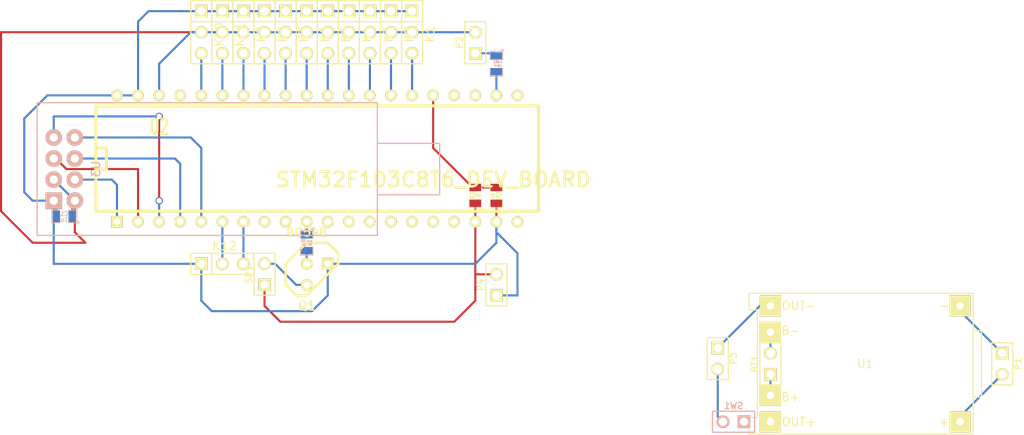
<source format=kicad_pcb>
(kicad_pcb (version 3) (host pcbnew "(2013-jul-07)-stable")

  (general
    (links 69)
    (no_connects 1)
    (area 0 0 0 0)
    (thickness 1.6)
    (drawings 0)
    (tracks 123)
    (zones 0)
    (modules 28)
    (nets 35)
  )

  (page A3)
  (layers
    (15 F.Cu signal)
    (0 B.Cu signal)
    (16 B.Adhes user)
    (17 F.Adhes user)
    (18 B.Paste user)
    (19 F.Paste user)
    (20 B.SilkS user)
    (21 F.SilkS user)
    (22 B.Mask user)
    (23 F.Mask user)
    (24 Dwgs.User user)
    (25 Cmts.User user)
    (26 Eco1.User user)
    (27 Eco2.User user)
    (28 Edge.Cuts user)
  )

  (setup
    (last_trace_width 0.254)
    (trace_clearance 0.1016)
    (zone_clearance 0.508)
    (zone_45_only no)
    (trace_min 0.254)
    (segment_width 0.2)
    (edge_width 0.1)
    (via_size 0.889)
    (via_drill 0.635)
    (via_min_size 0.889)
    (via_min_drill 0.508)
    (uvia_size 0.508)
    (uvia_drill 0.127)
    (uvias_allowed no)
    (uvia_min_size 0.508)
    (uvia_min_drill 0.127)
    (pcb_text_width 0.3)
    (pcb_text_size 1.5 1.5)
    (mod_edge_width 0.15)
    (mod_text_size 1 1)
    (mod_text_width 0.15)
    (pad_size 1.5 1.5)
    (pad_drill 0.6)
    (pad_to_mask_clearance 0)
    (aux_axis_origin 0 0)
    (visible_elements FFFFFFBF)
    (pcbplotparams
      (layerselection 3178497)
      (usegerberextensions true)
      (excludeedgelayer true)
      (linewidth 0.150000)
      (plotframeref false)
      (viasonmask false)
      (mode 1)
      (useauxorigin false)
      (hpglpennumber 1)
      (hpglpenspeed 20)
      (hpglpendiameter 15)
      (hpglpenoverlay 2)
      (psnegative false)
      (psa4output false)
      (plotreference true)
      (plotvalue true)
      (plotothertext true)
      (plotinvisibletext false)
      (padsonsilk false)
      (subtractmaskfromsilk false)
      (outputformat 1)
      (mirror false)
      (drillshape 1)
      (scaleselection 1)
      (outputdirectory ""))
  )

  (net 0 "")
  (net 1 /ADC0)
  (net 2 /ADC1)
  (net 3 /ADC2)
  (net 4 /ADC3)
  (net 5 /ADC4)
  (net 6 /ADC5)
  (net 7 /ADC6)
  (net 8 /ADC7)
  (net 9 /ADC8)
  (net 10 /ADC9)
  (net 11 /BUZZER)
  (net 12 /CSN)
  (net 13 /IRQ)
  (net 14 /LED)
  (net 15 /MISO)
  (net 16 /MOSI)
  (net 17 /RX)
  (net 18 /SCK)
  (net 19 /SW1)
  (net 20 /SW2)
  (net 21 /TX)
  (net 22 GND)
  (net 23 N-0000012)
  (net 24 N-0000019)
  (net 25 N-0000022)
  (net 26 N-0000031)
  (net 27 N-0000033)
  (net 28 N-0000034)
  (net 29 N-0000036)
  (net 30 N-0000037)
  (net 31 N-0000038)
  (net 32 N-000009)
  (net 33 VCC)
  (net 34 VDD)

  (net_class Default "This is the default net class."
    (clearance 0.1016)
    (trace_width 0.254)
    (via_dia 0.889)
    (via_drill 0.635)
    (uvia_dia 0.508)
    (uvia_drill 0.127)
    (add_net "")
    (add_net /ADC0)
    (add_net /ADC1)
    (add_net /ADC2)
    (add_net /ADC3)
    (add_net /ADC4)
    (add_net /ADC5)
    (add_net /ADC6)
    (add_net /ADC7)
    (add_net /ADC8)
    (add_net /ADC9)
    (add_net /BUZZER)
    (add_net /CSN)
    (add_net /IRQ)
    (add_net /LED)
    (add_net /MISO)
    (add_net /MOSI)
    (add_net /RX)
    (add_net /SCK)
    (add_net /SW1)
    (add_net /SW2)
    (add_net /TX)
    (add_net GND)
    (add_net N-0000012)
    (add_net N-0000019)
    (add_net N-0000022)
    (add_net N-0000031)
    (add_net N-0000033)
    (add_net N-0000034)
    (add_net N-0000036)
    (add_net N-0000037)
    (add_net N-0000038)
    (add_net N-000009)
    (add_net VCC)
    (add_net VDD)
  )

  (module TO92 (layer F.Cu) (tedit 443CFFD1) (tstamp 572042AE)
    (at 250.19 138.43)
    (descr "Transistor TO92 brochage type BC237")
    (tags "TR TO92")
    (path /5720519E)
    (fp_text reference Q1 (at -1.27 3.81) (layer F.SilkS)
      (effects (font (size 1.016 1.016) (thickness 0.2032)))
    )
    (fp_text value BC548 (at -1.27 -5.08) (layer F.SilkS)
      (effects (font (size 1.016 1.016) (thickness 0.2032)))
    )
    (fp_line (start -1.27 2.54) (end 2.54 -1.27) (layer F.SilkS) (width 0.3048))
    (fp_line (start 2.54 -1.27) (end 2.54 -2.54) (layer F.SilkS) (width 0.3048))
    (fp_line (start 2.54 -2.54) (end 1.27 -3.81) (layer F.SilkS) (width 0.3048))
    (fp_line (start 1.27 -3.81) (end -1.27 -3.81) (layer F.SilkS) (width 0.3048))
    (fp_line (start -1.27 -3.81) (end -3.81 -1.27) (layer F.SilkS) (width 0.3048))
    (fp_line (start -3.81 -1.27) (end -3.81 1.27) (layer F.SilkS) (width 0.3048))
    (fp_line (start -3.81 1.27) (end -2.54 2.54) (layer F.SilkS) (width 0.3048))
    (fp_line (start -2.54 2.54) (end -1.27 2.54) (layer F.SilkS) (width 0.3048))
    (pad 1 thru_hole rect (at 1.27 -1.27) (size 1.397 1.397) (drill 0.8128)
      (layers *.Cu *.Mask F.SilkS)
      (net 22 GND)
    )
    (pad 2 thru_hole circle (at -1.27 -1.27) (size 1.397 1.397) (drill 0.8128)
      (layers *.Cu *.Mask F.SilkS)
      (net 23 N-0000012)
    )
    (pad 3 thru_hole circle (at -1.27 1.27) (size 1.397 1.397) (drill 0.8128)
      (layers *.Cu *.Mask F.SilkS)
      (net 32 N-000009)
    )
    (model discret/to98.wrl
      (at (xyz 0 0 0))
      (scale (xyz 1 1 1))
      (rotate (xyz 0 0 0))
    )
  )

  (module SM0805 (layer B.Cu) (tedit 5091495C) (tstamp 572042BB)
    (at 248.92 134.62 270)
    (path /572052B4)
    (attr smd)
    (fp_text reference R4 (at 0 0.3175 270) (layer B.SilkS)
      (effects (font (size 0.50038 0.50038) (thickness 0.10922)) (justify mirror))
    )
    (fp_text value 1k (at 0 -0.381 270) (layer B.SilkS)
      (effects (font (size 0.50038 0.50038) (thickness 0.10922)) (justify mirror))
    )
    (fp_circle (center -1.651 -0.762) (end -1.651 -0.635) (layer B.SilkS) (width 0.09906))
    (fp_line (start -0.508 -0.762) (end -1.524 -0.762) (layer B.SilkS) (width 0.09906))
    (fp_line (start -1.524 -0.762) (end -1.524 0.762) (layer B.SilkS) (width 0.09906))
    (fp_line (start -1.524 0.762) (end -0.508 0.762) (layer B.SilkS) (width 0.09906))
    (fp_line (start 0.508 0.762) (end 1.524 0.762) (layer B.SilkS) (width 0.09906))
    (fp_line (start 1.524 0.762) (end 1.524 -0.762) (layer B.SilkS) (width 0.09906))
    (fp_line (start 1.524 -0.762) (end 0.508 -0.762) (layer B.SilkS) (width 0.09906))
    (pad 1 smd rect (at -0.9525 0 270) (size 0.889 1.397)
      (layers B.Cu B.Paste B.Mask)
      (net 11 /BUZZER)
    )
    (pad 2 smd rect (at 0.9525 0 270) (size 0.889 1.397)
      (layers B.Cu B.Paste B.Mask)
      (net 23 N-0000012)
    )
    (model smd/chip_cms.wrl
      (at (xyz 0 0 0))
      (scale (xyz 0.1 0.1 0.1))
      (rotate (xyz 0 0 0))
    )
  )

  (module SM0805 (layer B.Cu) (tedit 5091495C) (tstamp 572042C8)
    (at 219.71 131.445 180)
    (path /57202EE1)
    (attr smd)
    (fp_text reference C1 (at 0 0.3175 180) (layer B.SilkS)
      (effects (font (size 0.50038 0.50038) (thickness 0.10922)) (justify mirror))
    )
    (fp_text value 1u (at 0 -0.381 180) (layer B.SilkS)
      (effects (font (size 0.50038 0.50038) (thickness 0.10922)) (justify mirror))
    )
    (fp_circle (center -1.651 -0.762) (end -1.651 -0.635) (layer B.SilkS) (width 0.09906))
    (fp_line (start -0.508 -0.762) (end -1.524 -0.762) (layer B.SilkS) (width 0.09906))
    (fp_line (start -1.524 -0.762) (end -1.524 0.762) (layer B.SilkS) (width 0.09906))
    (fp_line (start -1.524 0.762) (end -0.508 0.762) (layer B.SilkS) (width 0.09906))
    (fp_line (start 0.508 0.762) (end 1.524 0.762) (layer B.SilkS) (width 0.09906))
    (fp_line (start 1.524 0.762) (end 1.524 -0.762) (layer B.SilkS) (width 0.09906))
    (fp_line (start 1.524 -0.762) (end 0.508 -0.762) (layer B.SilkS) (width 0.09906))
    (pad 1 smd rect (at -0.9525 0 180) (size 0.889 1.397)
      (layers B.Cu B.Paste B.Mask)
      (net 33 VCC)
    )
    (pad 2 smd rect (at 0.9525 0 180) (size 0.889 1.397)
      (layers B.Cu B.Paste B.Mask)
      (net 22 GND)
    )
    (model smd/chip_cms.wrl
      (at (xyz 0 0 0))
      (scale (xyz 0.1 0.1 0.1))
      (rotate (xyz 0 0 0))
    )
  )

  (module SM0805 (layer B.Cu) (tedit 57204F8E) (tstamp 572042D5)
    (at 271.78 113.03 270)
    (path /572032A2)
    (attr smd)
    (fp_text reference R1 (at 0 0 270) (layer B.SilkS)
      (effects (font (size 0.50038 0.50038) (thickness 0.10922)) (justify mirror))
    )
    (fp_text value 1k (at 0 -0.381 270) (layer B.SilkS)
      (effects (font (size 0.50038 0.50038) (thickness 0.10922)) (justify mirror))
    )
    (fp_circle (center -1.651 -0.762) (end -1.651 -0.635) (layer B.SilkS) (width 0.09906))
    (fp_line (start -0.508 -0.762) (end -1.524 -0.762) (layer B.SilkS) (width 0.09906))
    (fp_line (start -1.524 -0.762) (end -1.524 0.762) (layer B.SilkS) (width 0.09906))
    (fp_line (start -1.524 0.762) (end -0.508 0.762) (layer B.SilkS) (width 0.09906))
    (fp_line (start 0.508 0.762) (end 1.524 0.762) (layer B.SilkS) (width 0.09906))
    (fp_line (start 1.524 0.762) (end 1.524 -0.762) (layer B.SilkS) (width 0.09906))
    (fp_line (start 1.524 -0.762) (end 0.508 -0.762) (layer B.SilkS) (width 0.09906))
    (pad 1 smd rect (at -0.9525 0 270) (size 0.889 1.397)
      (layers B.Cu B.Paste B.Mask)
      (net 31 N-0000038)
    )
    (pad 2 smd rect (at 0.9525 0 270) (size 0.889 1.397)
      (layers B.Cu B.Paste B.Mask)
      (net 14 /LED)
    )
    (model smd/chip_cms.wrl
      (at (xyz 0 0 0))
      (scale (xyz 0.1 0.1 0.1))
      (rotate (xyz 0 0 0))
    )
  )

  (module SM0805 (layer F.Cu) (tedit 5091495C) (tstamp 572042E2)
    (at 269.24 128.905 90)
    (path /57203444)
    (attr smd)
    (fp_text reference R2 (at 0 -0.3175 90) (layer F.SilkS)
      (effects (font (size 0.50038 0.50038) (thickness 0.10922)))
    )
    (fp_text value R (at 0 0.381 90) (layer F.SilkS)
      (effects (font (size 0.50038 0.50038) (thickness 0.10922)))
    )
    (fp_circle (center -1.651 0.762) (end -1.651 0.635) (layer F.SilkS) (width 0.09906))
    (fp_line (start -0.508 0.762) (end -1.524 0.762) (layer F.SilkS) (width 0.09906))
    (fp_line (start -1.524 0.762) (end -1.524 -0.762) (layer F.SilkS) (width 0.09906))
    (fp_line (start -1.524 -0.762) (end -0.508 -0.762) (layer F.SilkS) (width 0.09906))
    (fp_line (start 0.508 -0.762) (end 1.524 -0.762) (layer F.SilkS) (width 0.09906))
    (fp_line (start 1.524 -0.762) (end 1.524 0.762) (layer F.SilkS) (width 0.09906))
    (fp_line (start 1.524 0.762) (end 0.508 0.762) (layer F.SilkS) (width 0.09906))
    (pad 1 smd rect (at -0.9525 0 90) (size 0.889 1.397)
      (layers F.Cu F.Paste F.Mask)
      (net 34 VDD)
    )
    (pad 2 smd rect (at 0.9525 0 90) (size 0.889 1.397)
      (layers F.Cu F.Paste F.Mask)
      (net 1 /ADC0)
    )
    (model smd/chip_cms.wrl
      (at (xyz 0 0 0))
      (scale (xyz 0.1 0.1 0.1))
      (rotate (xyz 0 0 0))
    )
  )

  (module SM0805 (layer F.Cu) (tedit 5091495C) (tstamp 572042EF)
    (at 271.78 128.905 270)
    (path /57203451)
    (attr smd)
    (fp_text reference R3 (at 0 -0.3175 270) (layer F.SilkS)
      (effects (font (size 0.50038 0.50038) (thickness 0.10922)))
    )
    (fp_text value R (at 0 0.381 270) (layer F.SilkS)
      (effects (font (size 0.50038 0.50038) (thickness 0.10922)))
    )
    (fp_circle (center -1.651 0.762) (end -1.651 0.635) (layer F.SilkS) (width 0.09906))
    (fp_line (start -0.508 0.762) (end -1.524 0.762) (layer F.SilkS) (width 0.09906))
    (fp_line (start -1.524 0.762) (end -1.524 -0.762) (layer F.SilkS) (width 0.09906))
    (fp_line (start -1.524 -0.762) (end -0.508 -0.762) (layer F.SilkS) (width 0.09906))
    (fp_line (start 0.508 -0.762) (end 1.524 -0.762) (layer F.SilkS) (width 0.09906))
    (fp_line (start 1.524 -0.762) (end 1.524 0.762) (layer F.SilkS) (width 0.09906))
    (fp_line (start 1.524 0.762) (end 0.508 0.762) (layer F.SilkS) (width 0.09906))
    (pad 1 smd rect (at -0.9525 0 270) (size 0.889 1.397)
      (layers F.Cu F.Paste F.Mask)
      (net 1 /ADC0)
    )
    (pad 2 smd rect (at 0.9525 0 270) (size 0.889 1.397)
      (layers F.Cu F.Paste F.Mask)
      (net 22 GND)
    )
    (model smd/chip_cms.wrl
      (at (xyz 0 0 0))
      (scale (xyz 0.1 0.1 0.1))
      (rotate (xyz 0 0 0))
    )
  )

  (module PIN_ARRAY_3X1 (layer F.Cu) (tedit 4C1130E0) (tstamp 572042FB)
    (at 259.08 109.22 270)
    (descr "Connecteur 3 pins")
    (tags "CONN DEV")
    (path /57203BF4)
    (fp_text reference K2 (at 0.254 -2.159 270) (layer F.SilkS)
      (effects (font (size 1.016 1.016) (thickness 0.1524)))
    )
    (fp_text value CONN_3 (at 0 -2.159 270) (layer F.SilkS) hide
      (effects (font (size 1.016 1.016) (thickness 0.1524)))
    )
    (fp_line (start -3.81 1.27) (end -3.81 -1.27) (layer F.SilkS) (width 0.1524))
    (fp_line (start -3.81 -1.27) (end 3.81 -1.27) (layer F.SilkS) (width 0.1524))
    (fp_line (start 3.81 -1.27) (end 3.81 1.27) (layer F.SilkS) (width 0.1524))
    (fp_line (start 3.81 1.27) (end -3.81 1.27) (layer F.SilkS) (width 0.1524))
    (fp_line (start -1.27 -1.27) (end -1.27 1.27) (layer F.SilkS) (width 0.1524))
    (pad 1 thru_hole rect (at -2.54 0 270) (size 1.524 1.524) (drill 1.016)
      (layers *.Cu *.Mask F.SilkS)
      (net 22 GND)
    )
    (pad 2 thru_hole circle (at 0 0 270) (size 1.524 1.524) (drill 1.016)
      (layers *.Cu *.Mask F.SilkS)
      (net 33 VCC)
    )
    (pad 3 thru_hole circle (at 2.54 0 270) (size 1.524 1.524) (drill 1.016)
      (layers *.Cu *.Mask F.SilkS)
      (net 3 /ADC2)
    )
    (model pin_array/pins_array_3x1.wrl
      (at (xyz 0 0 0))
      (scale (xyz 1 1 1))
      (rotate (xyz 0 0 0))
    )
  )

  (module PIN_ARRAY_3X1 (layer F.Cu) (tedit 4C1130E0) (tstamp 57204307)
    (at 238.76 137.16)
    (descr "Connecteur 3 pins")
    (tags "CONN DEV")
    (path /57204ABA)
    (fp_text reference K12 (at 0.254 -2.159) (layer F.SilkS)
      (effects (font (size 1.016 1.016) (thickness 0.1524)))
    )
    (fp_text value CONN_3 (at 0 -2.159) (layer F.SilkS) hide
      (effects (font (size 1.016 1.016) (thickness 0.1524)))
    )
    (fp_line (start -3.81 1.27) (end -3.81 -1.27) (layer F.SilkS) (width 0.1524))
    (fp_line (start -3.81 -1.27) (end 3.81 -1.27) (layer F.SilkS) (width 0.1524))
    (fp_line (start 3.81 -1.27) (end 3.81 1.27) (layer F.SilkS) (width 0.1524))
    (fp_line (start 3.81 1.27) (end -3.81 1.27) (layer F.SilkS) (width 0.1524))
    (fp_line (start -1.27 -1.27) (end -1.27 1.27) (layer F.SilkS) (width 0.1524))
    (pad 1 thru_hole rect (at -2.54 0) (size 1.524 1.524) (drill 1.016)
      (layers *.Cu *.Mask F.SilkS)
      (net 22 GND)
    )
    (pad 2 thru_hole circle (at 0 0) (size 1.524 1.524) (drill 1.016)
      (layers *.Cu *.Mask F.SilkS)
      (net 21 /TX)
    )
    (pad 3 thru_hole circle (at 2.54 0) (size 1.524 1.524) (drill 1.016)
      (layers *.Cu *.Mask F.SilkS)
      (net 17 /RX)
    )
    (model pin_array/pins_array_3x1.wrl
      (at (xyz 0 0 0))
      (scale (xyz 1 1 1))
      (rotate (xyz 0 0 0))
    )
  )

  (module PIN_ARRAY_3X1 (layer F.Cu) (tedit 4C1130E0) (tstamp 57204313)
    (at 238.76 109.22 270)
    (descr "Connecteur 3 pins")
    (tags "CONN DEV")
    (path /57203EA3)
    (fp_text reference K11 (at 0.254 -2.159 270) (layer F.SilkS)
      (effects (font (size 1.016 1.016) (thickness 0.1524)))
    )
    (fp_text value CONN_3 (at 0 -2.159 270) (layer F.SilkS) hide
      (effects (font (size 1.016 1.016) (thickness 0.1524)))
    )
    (fp_line (start -3.81 1.27) (end -3.81 -1.27) (layer F.SilkS) (width 0.1524))
    (fp_line (start -3.81 -1.27) (end 3.81 -1.27) (layer F.SilkS) (width 0.1524))
    (fp_line (start 3.81 -1.27) (end 3.81 1.27) (layer F.SilkS) (width 0.1524))
    (fp_line (start 3.81 1.27) (end -3.81 1.27) (layer F.SilkS) (width 0.1524))
    (fp_line (start -1.27 -1.27) (end -1.27 1.27) (layer F.SilkS) (width 0.1524))
    (pad 1 thru_hole rect (at -2.54 0 270) (size 1.524 1.524) (drill 1.016)
      (layers *.Cu *.Mask F.SilkS)
      (net 22 GND)
    )
    (pad 2 thru_hole circle (at 0 0 270) (size 1.524 1.524) (drill 1.016)
      (layers *.Cu *.Mask F.SilkS)
      (net 33 VCC)
    )
    (pad 3 thru_hole circle (at 2.54 0 270) (size 1.524 1.524) (drill 1.016)
      (layers *.Cu *.Mask F.SilkS)
      (net 20 /SW2)
    )
    (model pin_array/pins_array_3x1.wrl
      (at (xyz 0 0 0))
      (scale (xyz 1 1 1))
      (rotate (xyz 0 0 0))
    )
  )

  (module PIN_ARRAY_3X1 (layer F.Cu) (tedit 4C1130E0) (tstamp 5720431F)
    (at 236.22 109.22 270)
    (descr "Connecteur 3 pins")
    (tags "CONN DEV")
    (path /57203E9D)
    (fp_text reference K10 (at 0.254 -2.159 270) (layer F.SilkS)
      (effects (font (size 1.016 1.016) (thickness 0.1524)))
    )
    (fp_text value CONN_3 (at 0 -2.159 270) (layer F.SilkS) hide
      (effects (font (size 1.016 1.016) (thickness 0.1524)))
    )
    (fp_line (start -3.81 1.27) (end -3.81 -1.27) (layer F.SilkS) (width 0.1524))
    (fp_line (start -3.81 -1.27) (end 3.81 -1.27) (layer F.SilkS) (width 0.1524))
    (fp_line (start 3.81 -1.27) (end 3.81 1.27) (layer F.SilkS) (width 0.1524))
    (fp_line (start 3.81 1.27) (end -3.81 1.27) (layer F.SilkS) (width 0.1524))
    (fp_line (start -1.27 -1.27) (end -1.27 1.27) (layer F.SilkS) (width 0.1524))
    (pad 1 thru_hole rect (at -2.54 0 270) (size 1.524 1.524) (drill 1.016)
      (layers *.Cu *.Mask F.SilkS)
      (net 22 GND)
    )
    (pad 2 thru_hole circle (at 0 0 270) (size 1.524 1.524) (drill 1.016)
      (layers *.Cu *.Mask F.SilkS)
      (net 33 VCC)
    )
    (pad 3 thru_hole circle (at 2.54 0 270) (size 1.524 1.524) (drill 1.016)
      (layers *.Cu *.Mask F.SilkS)
      (net 19 /SW1)
    )
    (model pin_array/pins_array_3x1.wrl
      (at (xyz 0 0 0))
      (scale (xyz 1 1 1))
      (rotate (xyz 0 0 0))
    )
  )

  (module PIN_ARRAY_3X1 (layer F.Cu) (tedit 4C1130E0) (tstamp 5720432B)
    (at 241.3 109.22 270)
    (descr "Connecteur 3 pins")
    (tags "CONN DEV")
    (path /57203C46)
    (fp_text reference K9 (at 0.254 -2.159 270) (layer F.SilkS)
      (effects (font (size 1.016 1.016) (thickness 0.1524)))
    )
    (fp_text value CONN_3 (at 0 -2.159 270) (layer F.SilkS) hide
      (effects (font (size 1.016 1.016) (thickness 0.1524)))
    )
    (fp_line (start -3.81 1.27) (end -3.81 -1.27) (layer F.SilkS) (width 0.1524))
    (fp_line (start -3.81 -1.27) (end 3.81 -1.27) (layer F.SilkS) (width 0.1524))
    (fp_line (start 3.81 -1.27) (end 3.81 1.27) (layer F.SilkS) (width 0.1524))
    (fp_line (start 3.81 1.27) (end -3.81 1.27) (layer F.SilkS) (width 0.1524))
    (fp_line (start -1.27 -1.27) (end -1.27 1.27) (layer F.SilkS) (width 0.1524))
    (pad 1 thru_hole rect (at -2.54 0 270) (size 1.524 1.524) (drill 1.016)
      (layers *.Cu *.Mask F.SilkS)
      (net 22 GND)
    )
    (pad 2 thru_hole circle (at 0 0 270) (size 1.524 1.524) (drill 1.016)
      (layers *.Cu *.Mask F.SilkS)
      (net 33 VCC)
    )
    (pad 3 thru_hole circle (at 2.54 0 270) (size 1.524 1.524) (drill 1.016)
      (layers *.Cu *.Mask F.SilkS)
      (net 10 /ADC9)
    )
    (model pin_array/pins_array_3x1.wrl
      (at (xyz 0 0 0))
      (scale (xyz 1 1 1))
      (rotate (xyz 0 0 0))
    )
  )

  (module PIN_ARRAY_3X1 (layer F.Cu) (tedit 4C1130E0) (tstamp 57204337)
    (at 243.84 109.22 270)
    (descr "Connecteur 3 pins")
    (tags "CONN DEV")
    (path /57203C40)
    (fp_text reference K8 (at 0.254 -2.159 270) (layer F.SilkS)
      (effects (font (size 1.016 1.016) (thickness 0.1524)))
    )
    (fp_text value CONN_3 (at 0 -2.159 270) (layer F.SilkS) hide
      (effects (font (size 1.016 1.016) (thickness 0.1524)))
    )
    (fp_line (start -3.81 1.27) (end -3.81 -1.27) (layer F.SilkS) (width 0.1524))
    (fp_line (start -3.81 -1.27) (end 3.81 -1.27) (layer F.SilkS) (width 0.1524))
    (fp_line (start 3.81 -1.27) (end 3.81 1.27) (layer F.SilkS) (width 0.1524))
    (fp_line (start 3.81 1.27) (end -3.81 1.27) (layer F.SilkS) (width 0.1524))
    (fp_line (start -1.27 -1.27) (end -1.27 1.27) (layer F.SilkS) (width 0.1524))
    (pad 1 thru_hole rect (at -2.54 0 270) (size 1.524 1.524) (drill 1.016)
      (layers *.Cu *.Mask F.SilkS)
      (net 22 GND)
    )
    (pad 2 thru_hole circle (at 0 0 270) (size 1.524 1.524) (drill 1.016)
      (layers *.Cu *.Mask F.SilkS)
      (net 33 VCC)
    )
    (pad 3 thru_hole circle (at 2.54 0 270) (size 1.524 1.524) (drill 1.016)
      (layers *.Cu *.Mask F.SilkS)
      (net 9 /ADC8)
    )
    (model pin_array/pins_array_3x1.wrl
      (at (xyz 0 0 0))
      (scale (xyz 1 1 1))
      (rotate (xyz 0 0 0))
    )
  )

  (module PIN_ARRAY_3X1 (layer F.Cu) (tedit 4C1130E0) (tstamp 57204343)
    (at 246.38 109.22 270)
    (descr "Connecteur 3 pins")
    (tags "CONN DEV")
    (path /57203C3A)
    (fp_text reference K7 (at 0.254 -2.159 270) (layer F.SilkS)
      (effects (font (size 1.016 1.016) (thickness 0.1524)))
    )
    (fp_text value CONN_3 (at 0 -2.159 270) (layer F.SilkS) hide
      (effects (font (size 1.016 1.016) (thickness 0.1524)))
    )
    (fp_line (start -3.81 1.27) (end -3.81 -1.27) (layer F.SilkS) (width 0.1524))
    (fp_line (start -3.81 -1.27) (end 3.81 -1.27) (layer F.SilkS) (width 0.1524))
    (fp_line (start 3.81 -1.27) (end 3.81 1.27) (layer F.SilkS) (width 0.1524))
    (fp_line (start 3.81 1.27) (end -3.81 1.27) (layer F.SilkS) (width 0.1524))
    (fp_line (start -1.27 -1.27) (end -1.27 1.27) (layer F.SilkS) (width 0.1524))
    (pad 1 thru_hole rect (at -2.54 0 270) (size 1.524 1.524) (drill 1.016)
      (layers *.Cu *.Mask F.SilkS)
      (net 22 GND)
    )
    (pad 2 thru_hole circle (at 0 0 270) (size 1.524 1.524) (drill 1.016)
      (layers *.Cu *.Mask F.SilkS)
      (net 33 VCC)
    )
    (pad 3 thru_hole circle (at 2.54 0 270) (size 1.524 1.524) (drill 1.016)
      (layers *.Cu *.Mask F.SilkS)
      (net 8 /ADC7)
    )
    (model pin_array/pins_array_3x1.wrl
      (at (xyz 0 0 0))
      (scale (xyz 1 1 1))
      (rotate (xyz 0 0 0))
    )
  )

  (module PIN_ARRAY_3X1 (layer F.Cu) (tedit 4C1130E0) (tstamp 5720434F)
    (at 248.92 109.22 270)
    (descr "Connecteur 3 pins")
    (tags "CONN DEV")
    (path /57203C34)
    (fp_text reference K6 (at 0.254 -2.159 270) (layer F.SilkS)
      (effects (font (size 1.016 1.016) (thickness 0.1524)))
    )
    (fp_text value CONN_3 (at 0 -2.159 270) (layer F.SilkS) hide
      (effects (font (size 1.016 1.016) (thickness 0.1524)))
    )
    (fp_line (start -3.81 1.27) (end -3.81 -1.27) (layer F.SilkS) (width 0.1524))
    (fp_line (start -3.81 -1.27) (end 3.81 -1.27) (layer F.SilkS) (width 0.1524))
    (fp_line (start 3.81 -1.27) (end 3.81 1.27) (layer F.SilkS) (width 0.1524))
    (fp_line (start 3.81 1.27) (end -3.81 1.27) (layer F.SilkS) (width 0.1524))
    (fp_line (start -1.27 -1.27) (end -1.27 1.27) (layer F.SilkS) (width 0.1524))
    (pad 1 thru_hole rect (at -2.54 0 270) (size 1.524 1.524) (drill 1.016)
      (layers *.Cu *.Mask F.SilkS)
      (net 22 GND)
    )
    (pad 2 thru_hole circle (at 0 0 270) (size 1.524 1.524) (drill 1.016)
      (layers *.Cu *.Mask F.SilkS)
      (net 33 VCC)
    )
    (pad 3 thru_hole circle (at 2.54 0 270) (size 1.524 1.524) (drill 1.016)
      (layers *.Cu *.Mask F.SilkS)
      (net 7 /ADC6)
    )
    (model pin_array/pins_array_3x1.wrl
      (at (xyz 0 0 0))
      (scale (xyz 1 1 1))
      (rotate (xyz 0 0 0))
    )
  )

  (module PIN_ARRAY_3X1 (layer F.Cu) (tedit 4C1130E0) (tstamp 5720435B)
    (at 251.46 109.22 270)
    (descr "Connecteur 3 pins")
    (tags "CONN DEV")
    (path /57203C2E)
    (fp_text reference K5 (at 0.254 -2.159 270) (layer F.SilkS)
      (effects (font (size 1.016 1.016) (thickness 0.1524)))
    )
    (fp_text value CONN_3 (at 0 -2.159 270) (layer F.SilkS) hide
      (effects (font (size 1.016 1.016) (thickness 0.1524)))
    )
    (fp_line (start -3.81 1.27) (end -3.81 -1.27) (layer F.SilkS) (width 0.1524))
    (fp_line (start -3.81 -1.27) (end 3.81 -1.27) (layer F.SilkS) (width 0.1524))
    (fp_line (start 3.81 -1.27) (end 3.81 1.27) (layer F.SilkS) (width 0.1524))
    (fp_line (start 3.81 1.27) (end -3.81 1.27) (layer F.SilkS) (width 0.1524))
    (fp_line (start -1.27 -1.27) (end -1.27 1.27) (layer F.SilkS) (width 0.1524))
    (pad 1 thru_hole rect (at -2.54 0 270) (size 1.524 1.524) (drill 1.016)
      (layers *.Cu *.Mask F.SilkS)
      (net 22 GND)
    )
    (pad 2 thru_hole circle (at 0 0 270) (size 1.524 1.524) (drill 1.016)
      (layers *.Cu *.Mask F.SilkS)
      (net 33 VCC)
    )
    (pad 3 thru_hole circle (at 2.54 0 270) (size 1.524 1.524) (drill 1.016)
      (layers *.Cu *.Mask F.SilkS)
      (net 6 /ADC5)
    )
    (model pin_array/pins_array_3x1.wrl
      (at (xyz 0 0 0))
      (scale (xyz 1 1 1))
      (rotate (xyz 0 0 0))
    )
  )

  (module PIN_ARRAY_3X1 (layer F.Cu) (tedit 4C1130E0) (tstamp 57204367)
    (at 254 109.22 270)
    (descr "Connecteur 3 pins")
    (tags "CONN DEV")
    (path /57203C28)
    (fp_text reference K4 (at 0.254 -2.159 270) (layer F.SilkS)
      (effects (font (size 1.016 1.016) (thickness 0.1524)))
    )
    (fp_text value CONN_3 (at 0 -2.159 270) (layer F.SilkS) hide
      (effects (font (size 1.016 1.016) (thickness 0.1524)))
    )
    (fp_line (start -3.81 1.27) (end -3.81 -1.27) (layer F.SilkS) (width 0.1524))
    (fp_line (start -3.81 -1.27) (end 3.81 -1.27) (layer F.SilkS) (width 0.1524))
    (fp_line (start 3.81 -1.27) (end 3.81 1.27) (layer F.SilkS) (width 0.1524))
    (fp_line (start 3.81 1.27) (end -3.81 1.27) (layer F.SilkS) (width 0.1524))
    (fp_line (start -1.27 -1.27) (end -1.27 1.27) (layer F.SilkS) (width 0.1524))
    (pad 1 thru_hole rect (at -2.54 0 270) (size 1.524 1.524) (drill 1.016)
      (layers *.Cu *.Mask F.SilkS)
      (net 22 GND)
    )
    (pad 2 thru_hole circle (at 0 0 270) (size 1.524 1.524) (drill 1.016)
      (layers *.Cu *.Mask F.SilkS)
      (net 33 VCC)
    )
    (pad 3 thru_hole circle (at 2.54 0 270) (size 1.524 1.524) (drill 1.016)
      (layers *.Cu *.Mask F.SilkS)
      (net 5 /ADC4)
    )
    (model pin_array/pins_array_3x1.wrl
      (at (xyz 0 0 0))
      (scale (xyz 1 1 1))
      (rotate (xyz 0 0 0))
    )
  )

  (module PIN_ARRAY_3X1 (layer F.Cu) (tedit 4C1130E0) (tstamp 57204373)
    (at 256.54 109.22 270)
    (descr "Connecteur 3 pins")
    (tags "CONN DEV")
    (path /57203C22)
    (fp_text reference K3 (at 0.254 -2.159 270) (layer F.SilkS)
      (effects (font (size 1.016 1.016) (thickness 0.1524)))
    )
    (fp_text value CONN_3 (at 0 -2.159 270) (layer F.SilkS) hide
      (effects (font (size 1.016 1.016) (thickness 0.1524)))
    )
    (fp_line (start -3.81 1.27) (end -3.81 -1.27) (layer F.SilkS) (width 0.1524))
    (fp_line (start -3.81 -1.27) (end 3.81 -1.27) (layer F.SilkS) (width 0.1524))
    (fp_line (start 3.81 -1.27) (end 3.81 1.27) (layer F.SilkS) (width 0.1524))
    (fp_line (start 3.81 1.27) (end -3.81 1.27) (layer F.SilkS) (width 0.1524))
    (fp_line (start -1.27 -1.27) (end -1.27 1.27) (layer F.SilkS) (width 0.1524))
    (pad 1 thru_hole rect (at -2.54 0 270) (size 1.524 1.524) (drill 1.016)
      (layers *.Cu *.Mask F.SilkS)
      (net 22 GND)
    )
    (pad 2 thru_hole circle (at 0 0 270) (size 1.524 1.524) (drill 1.016)
      (layers *.Cu *.Mask F.SilkS)
      (net 33 VCC)
    )
    (pad 3 thru_hole circle (at 2.54 0 270) (size 1.524 1.524) (drill 1.016)
      (layers *.Cu *.Mask F.SilkS)
      (net 4 /ADC3)
    )
    (model pin_array/pins_array_3x1.wrl
      (at (xyz 0 0 0))
      (scale (xyz 1 1 1))
      (rotate (xyz 0 0 0))
    )
  )

  (module PIN_ARRAY_3X1 (layer F.Cu) (tedit 4C1130E0) (tstamp 5720437F)
    (at 261.62 109.22 270)
    (descr "Connecteur 3 pins")
    (tags "CONN DEV")
    (path /57203BE7)
    (fp_text reference K1 (at 0.254 -2.159 270) (layer F.SilkS)
      (effects (font (size 1.016 1.016) (thickness 0.1524)))
    )
    (fp_text value CONN_3 (at 0 -2.159 270) (layer F.SilkS) hide
      (effects (font (size 1.016 1.016) (thickness 0.1524)))
    )
    (fp_line (start -3.81 1.27) (end -3.81 -1.27) (layer F.SilkS) (width 0.1524))
    (fp_line (start -3.81 -1.27) (end 3.81 -1.27) (layer F.SilkS) (width 0.1524))
    (fp_line (start 3.81 -1.27) (end 3.81 1.27) (layer F.SilkS) (width 0.1524))
    (fp_line (start 3.81 1.27) (end -3.81 1.27) (layer F.SilkS) (width 0.1524))
    (fp_line (start -1.27 -1.27) (end -1.27 1.27) (layer F.SilkS) (width 0.1524))
    (pad 1 thru_hole rect (at -2.54 0 270) (size 1.524 1.524) (drill 1.016)
      (layers *.Cu *.Mask F.SilkS)
      (net 22 GND)
    )
    (pad 2 thru_hole circle (at 0 0 270) (size 1.524 1.524) (drill 1.016)
      (layers *.Cu *.Mask F.SilkS)
      (net 33 VCC)
    )
    (pad 3 thru_hole circle (at 2.54 0 270) (size 1.524 1.524) (drill 1.016)
      (layers *.Cu *.Mask F.SilkS)
      (net 2 /ADC1)
    )
    (model pin_array/pins_array_3x1.wrl
      (at (xyz 0 0 0))
      (scale (xyz 1 1 1))
      (rotate (xyz 0 0 0))
    )
  )

  (module PIN_ARRAY_2X1 (layer B.Cu) (tedit 4565C520) (tstamp 57204389)
    (at 300.355 156.21 180)
    (descr "Connecteurs 2 pins")
    (tags "CONN DEV")
    (path /572058EC)
    (fp_text reference SW1 (at 0 1.905 180) (layer B.SilkS)
      (effects (font (size 0.762 0.762) (thickness 0.1524)) (justify mirror))
    )
    (fp_text value ON/OFF (at 0 1.905 180) (layer B.SilkS) hide
      (effects (font (size 0.762 0.762) (thickness 0.1524)) (justify mirror))
    )
    (fp_line (start -2.54 -1.27) (end -2.54 1.27) (layer B.SilkS) (width 0.1524))
    (fp_line (start -2.54 1.27) (end 2.54 1.27) (layer B.SilkS) (width 0.1524))
    (fp_line (start 2.54 1.27) (end 2.54 -1.27) (layer B.SilkS) (width 0.1524))
    (fp_line (start 2.54 -1.27) (end -2.54 -1.27) (layer B.SilkS) (width 0.1524))
    (pad 1 thru_hole rect (at -1.27 0 180) (size 1.524 1.524) (drill 1.016)
      (layers *.Cu *.Mask B.SilkS)
      (net 30 N-0000037)
    )
    (pad 2 thru_hole circle (at 1.27 0 180) (size 1.524 1.524) (drill 1.016)
      (layers *.Cu *.Mask B.SilkS)
      (net 25 N-0000022)
    )
    (model pin_array/pins_array_2x1.wrl
      (at (xyz 0 0 0))
      (scale (xyz 1 1 1))
      (rotate (xyz 0 0 0))
    )
  )

  (module PIN_ARRAY_2X1 (layer F.Cu) (tedit 4565C520) (tstamp 57204393)
    (at 243.84 138.43 90)
    (descr "Connecteurs 2 pins")
    (tags "CONN DEV")
    (path /5720518F)
    (fp_text reference SP1 (at 0 -1.905 90) (layer F.SilkS)
      (effects (font (size 0.762 0.762) (thickness 0.1524)))
    )
    (fp_text value SPEAKER (at 0 -1.905 90) (layer F.SilkS) hide
      (effects (font (size 0.762 0.762) (thickness 0.1524)))
    )
    (fp_line (start -2.54 1.27) (end -2.54 -1.27) (layer F.SilkS) (width 0.1524))
    (fp_line (start -2.54 -1.27) (end 2.54 -1.27) (layer F.SilkS) (width 0.1524))
    (fp_line (start 2.54 -1.27) (end 2.54 1.27) (layer F.SilkS) (width 0.1524))
    (fp_line (start 2.54 1.27) (end -2.54 1.27) (layer F.SilkS) (width 0.1524))
    (pad 1 thru_hole rect (at -1.27 0 90) (size 1.524 1.524) (drill 1.016)
      (layers *.Cu *.Mask F.SilkS)
      (net 34 VDD)
    )
    (pad 2 thru_hole circle (at 1.27 0 90) (size 1.524 1.524) (drill 1.016)
      (layers *.Cu *.Mask F.SilkS)
      (net 32 N-000009)
    )
    (model pin_array/pins_array_2x1.wrl
      (at (xyz 0 0 0))
      (scale (xyz 1 1 1))
      (rotate (xyz 0 0 0))
    )
  )

  (module PIN_ARRAY_2X1 (layer F.Cu) (tedit 4565C520) (tstamp 5720439D)
    (at 332.74 149.225 270)
    (descr "Connecteurs 2 pins")
    (tags "CONN DEV")
    (path /57205598)
    (fp_text reference P1 (at 0 -1.905 270) (layer F.SilkS)
      (effects (font (size 0.762 0.762) (thickness 0.1524)))
    )
    (fp_text value Charge (at 0 -1.905 270) (layer F.SilkS) hide
      (effects (font (size 0.762 0.762) (thickness 0.1524)))
    )
    (fp_line (start -2.54 1.27) (end -2.54 -1.27) (layer F.SilkS) (width 0.1524))
    (fp_line (start -2.54 -1.27) (end 2.54 -1.27) (layer F.SilkS) (width 0.1524))
    (fp_line (start 2.54 -1.27) (end 2.54 1.27) (layer F.SilkS) (width 0.1524))
    (fp_line (start 2.54 1.27) (end -2.54 1.27) (layer F.SilkS) (width 0.1524))
    (pad 1 thru_hole rect (at -1.27 0 270) (size 1.524 1.524) (drill 1.016)
      (layers *.Cu *.Mask F.SilkS)
      (net 27 N-0000033)
    )
    (pad 2 thru_hole circle (at 1.27 0 270) (size 1.524 1.524) (drill 1.016)
      (layers *.Cu *.Mask F.SilkS)
      (net 28 N-0000034)
    )
    (model pin_array/pins_array_2x1.wrl
      (at (xyz 0 0 0))
      (scale (xyz 1 1 1))
      (rotate (xyz 0 0 0))
    )
  )

  (module PIN_ARRAY_2X1 (layer F.Cu) (tedit 4565C520) (tstamp 572043A7)
    (at 269.24 110.49 90)
    (descr "Connecteurs 2 pins")
    (tags "CONN DEV")
    (path /572032B1)
    (fp_text reference P2 (at 0 -1.905 90) (layer F.SilkS)
      (effects (font (size 0.762 0.762) (thickness 0.1524)))
    )
    (fp_text value LED (at 0 -1.905 90) (layer F.SilkS) hide
      (effects (font (size 0.762 0.762) (thickness 0.1524)))
    )
    (fp_line (start -2.54 1.27) (end -2.54 -1.27) (layer F.SilkS) (width 0.1524))
    (fp_line (start -2.54 -1.27) (end 2.54 -1.27) (layer F.SilkS) (width 0.1524))
    (fp_line (start 2.54 -1.27) (end 2.54 1.27) (layer F.SilkS) (width 0.1524))
    (fp_line (start 2.54 1.27) (end -2.54 1.27) (layer F.SilkS) (width 0.1524))
    (pad 1 thru_hole rect (at -1.27 0 90) (size 1.524 1.524) (drill 1.016)
      (layers *.Cu *.Mask F.SilkS)
      (net 31 N-0000038)
    )
    (pad 2 thru_hole circle (at 1.27 0 90) (size 1.524 1.524) (drill 1.016)
      (layers *.Cu *.Mask F.SilkS)
      (net 33 VCC)
    )
    (model pin_array/pins_array_2x1.wrl
      (at (xyz 0 0 0))
      (scale (xyz 1 1 1))
      (rotate (xyz 0 0 0))
    )
  )

  (module PIN_ARRAY_2X1 (layer F.Cu) (tedit 4565C520) (tstamp 572043B1)
    (at 304.8 149.225 90)
    (descr "Connecteurs 2 pins")
    (tags "CONN DEV")
    (path /57202BF9)
    (fp_text reference BT1 (at 0 -1.905 90) (layer F.SilkS)
      (effects (font (size 0.762 0.762) (thickness 0.1524)))
    )
    (fp_text value BATTERY (at 0 -1.905 90) (layer F.SilkS) hide
      (effects (font (size 0.762 0.762) (thickness 0.1524)))
    )
    (fp_line (start -2.54 1.27) (end -2.54 -1.27) (layer F.SilkS) (width 0.1524))
    (fp_line (start -2.54 -1.27) (end 2.54 -1.27) (layer F.SilkS) (width 0.1524))
    (fp_line (start 2.54 -1.27) (end 2.54 1.27) (layer F.SilkS) (width 0.1524))
    (fp_line (start 2.54 1.27) (end -2.54 1.27) (layer F.SilkS) (width 0.1524))
    (pad 1 thru_hole rect (at -1.27 0 90) (size 1.524 1.524) (drill 1.016)
      (layers *.Cu *.Mask F.SilkS)
      (net 26 N-0000031)
    )
    (pad 2 thru_hole circle (at 1.27 0 90) (size 1.524 1.524) (drill 1.016)
      (layers *.Cu *.Mask F.SilkS)
      (net 29 N-0000036)
    )
    (model pin_array/pins_array_2x1.wrl
      (at (xyz 0 0 0))
      (scale (xyz 1 1 1))
      (rotate (xyz 0 0 0))
    )
  )

  (module NRF24L01P-PA-LNA   locked (layer B.Cu) (tedit 57200DD6) (tstamp 572043C4)
    (at 218.44 125.73 90)
    (path /57202BD1)
    (fp_text reference U3 (at 0 5.08 90) (layer B.SilkS)
      (effects (font (size 1 1) (thickness 0.15)) (justify mirror))
    )
    (fp_text value NRF24L01P (at 0 12.7 90) (layer B.SilkS) hide
      (effects (font (size 1 1) (thickness 0.15)) (justify mirror))
    )
    (fp_line (start -3.1 39.1) (end -3.1 46.5) (layer B.SilkS) (width 0.15))
    (fp_line (start -3.1 46.5) (end 3.1 46.5) (layer B.SilkS) (width 0.15))
    (fp_line (start 3.1 46.5) (end 3.1 39) (layer B.SilkS) (width 0.15))
    (fp_line (start -8 -2) (end 8 -2) (layer B.SilkS) (width 0.15))
    (fp_line (start 8 -2) (end 8 39) (layer B.SilkS) (width 0.15))
    (fp_line (start 8 39) (end -8 39) (layer B.SilkS) (width 0.15))
    (fp_line (start -8 39) (end -8 -2) (layer B.SilkS) (width 0.15))
    (pad 1 thru_hole rect (at -3.81 0 90) (size 2 2) (drill 1)
      (layers *.Cu *.Mask B.SilkS)
      (net 22 GND)
    )
    (pad 2 thru_hole circle (at -3.81 2.54 90) (size 2 2) (drill 1)
      (layers *.Cu *.Mask B.SilkS)
      (net 33 VCC)
    )
    (pad 3 thru_hole circle (at -1.27 0 90) (size 2 2) (drill 1)
      (layers *.Cu *.Mask B.SilkS)
      (net 33 VCC)
    )
    (pad 4 thru_hole circle (at -1.27 2.54 90) (size 2 2) (drill 1)
      (layers *.Cu *.Mask B.SilkS)
      (net 12 /CSN)
    )
    (pad 5 thru_hole circle (at 1.27 0 90) (size 2 2) (drill 1)
      (layers *.Cu *.Mask B.SilkS)
      (net 18 /SCK)
    )
    (pad 6 thru_hole circle (at 1.27 2.54 90) (size 2 2) (drill 1)
      (layers *.Cu *.Mask B.SilkS)
      (net 16 /MOSI)
    )
    (pad 7 thru_hole circle (at 3.81 0 90) (size 2 2) (drill 1)
      (layers *.Cu *.Mask B.SilkS)
      (net 15 /MISO)
    )
    (pad 8 thru_hole circle (at 3.81 2.54 90) (size 2 2) (drill 1)
      (layers *.Cu *.Mask B.SilkS)
      (net 13 /IRQ)
    )
  )

  (module LiPo_charger_and_protection (layer F.Cu) (tedit 5701FD50) (tstamp 572043E1)
    (at 316.23 149.225 180)
    (path /57202BEA)
    (fp_text reference U1 (at 0 0 180) (layer F.SilkS)
      (effects (font (size 1 1) (thickness 0.15)))
    )
    (fp_text value LIPO_CHARGER_+_PROTECTION (at 0 7 180) (layer F.SilkS) hide
      (effects (font (size 1 1) (thickness 0.15)))
    )
    (fp_text user - (at -9.5 7 180) (layer F.SilkS)
      (effects (font (size 1 1) (thickness 0.15)))
    )
    (fp_text user + (at -9.5 -7 180) (layer F.SilkS)
      (effects (font (size 1 1) (thickness 0.15)))
    )
    (fp_text user OUT- (at 8 7 180) (layer F.SilkS)
      (effects (font (size 1 1) (thickness 0.15)))
    )
    (fp_text user OUT+ (at 8 -7 180) (layer F.SilkS)
      (effects (font (size 1 1) (thickness 0.15)))
    )
    (fp_text user B- (at 9 4 180) (layer F.SilkS)
      (effects (font (size 1 1) (thickness 0.15)))
    )
    (fp_text user B+ (at 9 -4 180) (layer F.SilkS)
      (effects (font (size 1 1) (thickness 0.15)))
    )
    (fp_line (start 13 -6.5) (end 13 6.5) (layer F.SilkS) (width 0.15))
    (fp_line (start 13 8.5) (end 14 8.5) (layer F.SilkS) (width 0.15))
    (fp_line (start 14 8.5) (end 14 6.5) (layer F.SilkS) (width 0.15))
    (fp_line (start 14 6.5) (end 13 6.5) (layer F.SilkS) (width 0.15))
    (fp_line (start 13 -8.5) (end 14 -8.5) (layer F.SilkS) (width 0.15))
    (fp_line (start 14 -8.5) (end 14 -6.5) (layer F.SilkS) (width 0.15))
    (fp_line (start 14 -6.5) (end 13 -6.5) (layer F.SilkS) (width 0.15))
    (fp_line (start -13 -4) (end -14 -4) (layer F.SilkS) (width 0.15))
    (fp_line (start -14 -4) (end -14 4) (layer F.SilkS) (width 0.15))
    (fp_line (start -14 4) (end -13 4) (layer F.SilkS) (width 0.15))
    (fp_line (start -13 -8.5) (end -13 8.5) (layer F.SilkS) (width 0.15))
    (fp_line (start -13 8.5) (end 13 8.5) (layer F.SilkS) (width 0.15))
    (fp_line (start 13 -8.5) (end -13 -8.5) (layer F.SilkS) (width 0.15))
    (pad 3 thru_hole rect (at 11.43 -6.985 180) (size 2.54 2.54) (drill 0.9)
      (layers *.Cu *.Mask F.SilkS)
      (net 30 N-0000037)
    )
    (pad 1 thru_hole rect (at 11.43 -3.81 180) (size 2.54 2.54) (drill 0.9)
      (layers *.Cu *.Mask F.SilkS)
      (net 26 N-0000031)
    )
    (pad 4 thru_hole rect (at 11.43 6.985 180) (size 2.54 2.54) (drill 0.9)
      (layers *.Cu *.Mask F.SilkS)
      (net 24 N-0000019)
    )
    (pad 2 thru_hole rect (at 11.43 3.81 180) (size 2.54 2.54) (drill 0.9)
      (layers *.Cu *.Mask F.SilkS)
      (net 29 N-0000036)
    )
    (pad 5 thru_hole rect (at -11.43 -6.985 180) (size 2.54 2.54) (drill 0.9)
      (layers *.Cu *.Mask F.SilkS)
      (net 28 N-0000034)
    )
    (pad 6 thru_hole rect (at -11.43 6.985 180) (size 2.54 2.54) (drill 0.9)
      (layers *.Cu *.Mask F.SilkS)
      (net 27 N-0000033)
    )
  )

  (module DIP-40__600 (layer F.Cu) (tedit 200000) (tstamp 57204414)
    (at 250.19 124.46)
    (descr "Module Dil 40 pins, pads ronds, e=600 mils")
    (tags DIL)
    (path /57202BC2)
    (fp_text reference U2 (at -19.05 -3.81) (layer F.SilkS)
      (effects (font (size 1.778 1.143) (thickness 0.3048)))
    )
    (fp_text value STM32F103C8T6_DEV_BOARD (at 13.97 2.54) (layer F.SilkS)
      (effects (font (size 1.778 1.778) (thickness 0.3048)))
    )
    (fp_line (start -26.67 -1.27) (end -25.4 -1.27) (layer F.SilkS) (width 0.381))
    (fp_line (start -25.4 -1.27) (end -25.4 1.27) (layer F.SilkS) (width 0.381))
    (fp_line (start -25.4 1.27) (end -26.67 1.27) (layer F.SilkS) (width 0.381))
    (fp_line (start -26.67 -6.35) (end 26.67 -6.35) (layer F.SilkS) (width 0.381))
    (fp_line (start 26.67 -6.35) (end 26.67 6.35) (layer F.SilkS) (width 0.381))
    (fp_line (start 26.67 6.35) (end -26.67 6.35) (layer F.SilkS) (width 0.381))
    (fp_line (start -26.67 6.35) (end -26.67 -6.35) (layer F.SilkS) (width 0.381))
    (pad 1 thru_hole rect (at -24.13 7.62) (size 1.397 1.397) (drill 0.8128)
      (layers *.Cu *.Mask F.SilkS)
      (net 12 /CSN)
    )
    (pad 2 thru_hole circle (at -21.59 7.62) (size 1.397 1.397) (drill 0.8128)
      (layers *.Cu *.Mask F.SilkS)
      (net 18 /SCK)
    )
    (pad 3 thru_hole circle (at -19.05 7.62) (size 1.397 1.397) (drill 0.8128)
      (layers *.Cu *.Mask F.SilkS)
      (net 15 /MISO)
    )
    (pad 4 thru_hole circle (at -16.51 7.62) (size 1.397 1.397) (drill 0.8128)
      (layers *.Cu *.Mask F.SilkS)
      (net 16 /MOSI)
    )
    (pad 5 thru_hole circle (at -13.97 7.62) (size 1.397 1.397) (drill 0.8128)
      (layers *.Cu *.Mask F.SilkS)
      (net 13 /IRQ)
    )
    (pad 6 thru_hole circle (at -11.43 7.62) (size 1.397 1.397) (drill 0.8128)
      (layers *.Cu *.Mask F.SilkS)
      (net 21 /TX)
    )
    (pad 7 thru_hole circle (at -8.89 7.62) (size 1.397 1.397) (drill 0.8128)
      (layers *.Cu *.Mask F.SilkS)
      (net 17 /RX)
    )
    (pad 8 thru_hole circle (at -6.35 7.62) (size 1.397 1.397) (drill 0.8128)
      (layers *.Cu *.Mask F.SilkS)
    )
    (pad 9 thru_hole circle (at -3.81 7.62) (size 1.397 1.397) (drill 0.8128)
      (layers *.Cu *.Mask F.SilkS)
    )
    (pad 10 thru_hole circle (at -1.27 7.62) (size 1.397 1.397) (drill 0.8128)
      (layers *.Cu *.Mask F.SilkS)
      (net 11 /BUZZER)
    )
    (pad 11 thru_hole circle (at 1.27 7.62) (size 1.397 1.397) (drill 0.8128)
      (layers *.Cu *.Mask F.SilkS)
    )
    (pad 12 thru_hole circle (at 3.81 7.62) (size 1.397 1.397) (drill 0.8128)
      (layers *.Cu *.Mask F.SilkS)
    )
    (pad 13 thru_hole circle (at 6.35 7.62) (size 1.397 1.397) (drill 0.8128)
      (layers *.Cu *.Mask F.SilkS)
    )
    (pad 14 thru_hole circle (at 8.89 7.62) (size 1.397 1.397) (drill 0.8128)
      (layers *.Cu *.Mask F.SilkS)
    )
    (pad 15 thru_hole circle (at 11.43 7.62) (size 1.397 1.397) (drill 0.8128)
      (layers *.Cu *.Mask F.SilkS)
    )
    (pad 16 thru_hole circle (at 13.97 7.62) (size 1.397 1.397) (drill 0.8128)
      (layers *.Cu *.Mask F.SilkS)
    )
    (pad 17 thru_hole circle (at 16.51 7.62) (size 1.397 1.397) (drill 0.8128)
      (layers *.Cu *.Mask F.SilkS)
    )
    (pad 18 thru_hole circle (at 19.05 7.62) (size 1.397 1.397) (drill 0.8128)
      (layers *.Cu *.Mask F.SilkS)
      (net 34 VDD)
    )
    (pad 19 thru_hole circle (at 21.59 7.62) (size 1.397 1.397) (drill 0.8128)
      (layers *.Cu *.Mask F.SilkS)
      (net 22 GND)
    )
    (pad 20 thru_hole circle (at 24.13 7.62) (size 1.397 1.397) (drill 0.8128)
      (layers *.Cu *.Mask F.SilkS)
    )
    (pad 21 thru_hole circle (at 24.13 -7.62) (size 1.397 1.397) (drill 0.8128)
      (layers *.Cu *.Mask F.SilkS)
    )
    (pad 22 thru_hole circle (at 21.59 -7.62) (size 1.397 1.397) (drill 0.8128)
      (layers *.Cu *.Mask F.SilkS)
      (net 14 /LED)
    )
    (pad 23 thru_hole circle (at 19.05 -7.62) (size 1.397 1.397) (drill 0.8128)
      (layers *.Cu *.Mask F.SilkS)
    )
    (pad 24 thru_hole circle (at 16.51 -7.62) (size 1.397 1.397) (drill 0.8128)
      (layers *.Cu *.Mask F.SilkS)
    )
    (pad 25 thru_hole circle (at 13.97 -7.62) (size 1.397 1.397) (drill 0.8128)
      (layers *.Cu *.Mask F.SilkS)
      (net 1 /ADC0)
    )
    (pad 26 thru_hole circle (at 11.43 -7.62) (size 1.397 1.397) (drill 0.8128)
      (layers *.Cu *.Mask F.SilkS)
      (net 2 /ADC1)
    )
    (pad 27 thru_hole circle (at 8.89 -7.62) (size 1.397 1.397) (drill 0.8128)
      (layers *.Cu *.Mask F.SilkS)
      (net 3 /ADC2)
    )
    (pad 28 thru_hole circle (at 6.35 -7.62) (size 1.397 1.397) (drill 0.8128)
      (layers *.Cu *.Mask F.SilkS)
      (net 4 /ADC3)
    )
    (pad 29 thru_hole circle (at 3.81 -7.62) (size 1.397 1.397) (drill 0.8128)
      (layers *.Cu *.Mask F.SilkS)
      (net 5 /ADC4)
    )
    (pad 30 thru_hole circle (at 1.27 -7.62) (size 1.397 1.397) (drill 0.8128)
      (layers *.Cu *.Mask F.SilkS)
      (net 6 /ADC5)
    )
    (pad 31 thru_hole circle (at -1.27 -7.62) (size 1.397 1.397) (drill 0.8128)
      (layers *.Cu *.Mask F.SilkS)
      (net 7 /ADC6)
    )
    (pad 32 thru_hole circle (at -3.81 -7.62) (size 1.397 1.397) (drill 0.8128)
      (layers *.Cu *.Mask F.SilkS)
      (net 8 /ADC7)
    )
    (pad 33 thru_hole circle (at -6.35 -7.62) (size 1.397 1.397) (drill 0.8128)
      (layers *.Cu *.Mask F.SilkS)
      (net 9 /ADC8)
    )
    (pad 34 thru_hole circle (at -8.89 -7.62) (size 1.397 1.397) (drill 0.8128)
      (layers *.Cu *.Mask F.SilkS)
      (net 10 /ADC9)
    )
    (pad 35 thru_hole circle (at -11.43 -7.62) (size 1.397 1.397) (drill 0.8128)
      (layers *.Cu *.Mask F.SilkS)
      (net 20 /SW2)
    )
    (pad 36 thru_hole circle (at -13.97 -7.62) (size 1.397 1.397) (drill 0.8128)
      (layers *.Cu *.Mask F.SilkS)
      (net 19 /SW1)
    )
    (pad 37 thru_hole circle (at -16.51 -7.62) (size 1.397 1.397) (drill 0.8128)
      (layers *.Cu *.Mask F.SilkS)
    )
    (pad 38 thru_hole circle (at -19.05 -7.62) (size 1.397 1.397) (drill 0.8128)
      (layers *.Cu *.Mask F.SilkS)
      (net 33 VCC)
    )
    (pad 39 thru_hole circle (at -21.59 -7.62) (size 1.397 1.397) (drill 0.8128)
      (layers *.Cu *.Mask F.SilkS)
      (net 22 GND)
    )
    (pad 40 thru_hole circle (at -24.13 -7.62) (size 1.397 1.397) (drill 0.8128)
      (layers *.Cu *.Mask F.SilkS)
      (net 22 GND)
    )
    (model dil/dil_40-w600.wrl
      (at (xyz 0 0 0))
      (scale (xyz 1 1 1))
      (rotate (xyz 0 0 0))
    )
  )

  (module PIN_ARRAY_2X1 (layer F.Cu) (tedit 4565C520) (tstamp 57204F5C)
    (at 271.78 139.7 90)
    (descr "Connecteurs 2 pins")
    (tags "CONN DEV")
    (path /572059D9)
    (fp_text reference P4 (at 0 -1.905 90) (layer F.SilkS)
      (effects (font (size 0.762 0.762) (thickness 0.1524)))
    )
    (fp_text value CONN_2 (at 0 -1.905 90) (layer F.SilkS) hide
      (effects (font (size 0.762 0.762) (thickness 0.1524)))
    )
    (fp_line (start -2.54 1.27) (end -2.54 -1.27) (layer F.SilkS) (width 0.1524))
    (fp_line (start -2.54 -1.27) (end 2.54 -1.27) (layer F.SilkS) (width 0.1524))
    (fp_line (start 2.54 -1.27) (end 2.54 1.27) (layer F.SilkS) (width 0.1524))
    (fp_line (start 2.54 1.27) (end -2.54 1.27) (layer F.SilkS) (width 0.1524))
    (pad 1 thru_hole rect (at -1.27 0 90) (size 1.524 1.524) (drill 1.016)
      (layers *.Cu *.Mask F.SilkS)
      (net 22 GND)
    )
    (pad 2 thru_hole circle (at 1.27 0 90) (size 1.524 1.524) (drill 1.016)
      (layers *.Cu *.Mask F.SilkS)
      (net 34 VDD)
    )
    (model pin_array/pins_array_2x1.wrl
      (at (xyz 0 0 0))
      (scale (xyz 1 1 1))
      (rotate (xyz 0 0 0))
    )
  )

  (module PIN_ARRAY_2X1 (layer F.Cu) (tedit 4565C520) (tstamp 57204F66)
    (at 298.45 148.59 270)
    (descr "Connecteurs 2 pins")
    (tags "CONN DEV")
    (path /572059F5)
    (fp_text reference P3 (at 0 -1.905 270) (layer F.SilkS)
      (effects (font (size 0.762 0.762) (thickness 0.1524)))
    )
    (fp_text value CONN_2 (at 0 -1.905 270) (layer F.SilkS) hide
      (effects (font (size 0.762 0.762) (thickness 0.1524)))
    )
    (fp_line (start -2.54 1.27) (end -2.54 -1.27) (layer F.SilkS) (width 0.1524))
    (fp_line (start -2.54 -1.27) (end 2.54 -1.27) (layer F.SilkS) (width 0.1524))
    (fp_line (start 2.54 -1.27) (end 2.54 1.27) (layer F.SilkS) (width 0.1524))
    (fp_line (start 2.54 1.27) (end -2.54 1.27) (layer F.SilkS) (width 0.1524))
    (pad 1 thru_hole rect (at -1.27 0 270) (size 1.524 1.524) (drill 1.016)
      (layers *.Cu *.Mask F.SilkS)
      (net 24 N-0000019)
    )
    (pad 2 thru_hole circle (at 1.27 0 270) (size 1.524 1.524) (drill 1.016)
      (layers *.Cu *.Mask F.SilkS)
      (net 25 N-0000022)
    )
    (model pin_array/pins_array_2x1.wrl
      (at (xyz 0 0 0))
      (scale (xyz 1 1 1))
      (rotate (xyz 0 0 0))
    )
  )

  (segment (start 269.24 127.9525) (end 268.9225 127.9525) (width 0.254) (layer F.Cu) (net 1))
  (segment (start 264.16 123.19) (end 264.16 116.84) (width 0.254) (layer F.Cu) (net 1) (tstamp 57204C94))
  (segment (start 268.9225 127.9525) (end 264.16 123.19) (width 0.254) (layer F.Cu) (net 1) (tstamp 57204C93))
  (segment (start 269.24 127.9525) (end 271.78 127.9525) (width 0.254) (layer F.Cu) (net 1))
  (segment (start 261.62 111.76) (end 261.62 116.84) (width 0.254) (layer B.Cu) (net 2) (status C00000))
  (segment (start 259.08 111.76) (end 259.08 116.84) (width 0.254) (layer B.Cu) (net 3) (status C00000))
  (segment (start 256.54 111.76) (end 256.54 116.84) (width 0.254) (layer B.Cu) (net 4) (status C00000))
  (segment (start 254 111.76) (end 254 116.84) (width 0.254) (layer B.Cu) (net 5) (status C00000))
  (segment (start 251.46 111.76) (end 251.46 116.84) (width 0.254) (layer B.Cu) (net 6) (status C00000))
  (segment (start 248.92 111.76) (end 248.92 116.84) (width 0.254) (layer B.Cu) (net 7) (status C00000))
  (segment (start 246.38 111.76) (end 246.38 116.84) (width 0.254) (layer B.Cu) (net 8) (status C00000))
  (segment (start 243.84 111.76) (end 243.84 116.84) (width 0.254) (layer B.Cu) (net 9) (status C00000))
  (segment (start 241.3 111.76) (end 241.3 116.84) (width 0.254) (layer B.Cu) (net 10) (status C00000))
  (segment (start 248.92 132.08) (end 248.92 133.6675) (width 0.254) (layer B.Cu) (net 11))
  (segment (start 220.98 127) (end 225.425 127) (width 0.254) (layer B.Cu) (net 12))
  (segment (start 226.06 127.635) (end 226.06 132.08) (width 0.254) (layer B.Cu) (net 12) (tstamp 57204A16))
  (segment (start 225.425 127) (end 226.06 127.635) (width 0.254) (layer B.Cu) (net 12) (tstamp 57204A14))
  (segment (start 220.98 121.92) (end 234.95 121.92) (width 0.254) (layer B.Cu) (net 13))
  (segment (start 236.22 123.19) (end 236.22 132.08) (width 0.254) (layer B.Cu) (net 13) (tstamp 57204A06))
  (segment (start 234.95 121.92) (end 236.22 123.19) (width 0.254) (layer B.Cu) (net 13) (tstamp 57204A04))
  (segment (start 271.78 116.84) (end 271.78 113.9825) (width 0.254) (layer B.Cu) (net 14))
  (segment (start 218.44 121.92) (end 218.44 119.38) (width 0.254) (layer B.Cu) (net 15) (status 400000))
  (segment (start 231.14 129.54) (end 231.14 132.08) (width 0.254) (layer B.Cu) (net 15) (tstamp 57205115) (status 800000))
  (via (at 231.14 129.54) (size 0.889) (layers F.Cu B.Cu) (net 15))
  (segment (start 231.14 119.38) (end 231.14 129.54) (width 0.254) (layer F.Cu) (net 15) (tstamp 57205111))
  (via (at 231.14 119.38) (size 0.889) (layers F.Cu B.Cu) (net 15))
  (segment (start 218.44 119.38) (end 231.14 119.38) (width 0.254) (layer B.Cu) (net 15) (tstamp 57205102))
  (segment (start 220.98 124.46) (end 233.045 124.46) (width 0.254) (layer B.Cu) (net 16))
  (segment (start 233.68 125.095) (end 233.68 132.08) (width 0.254) (layer B.Cu) (net 16) (tstamp 57204A10))
  (segment (start 233.045 124.46) (end 233.68 125.095) (width 0.254) (layer B.Cu) (net 16) (tstamp 57204A0E))
  (segment (start 241.3 132.08) (end 241.3 137.16) (width 0.254) (layer B.Cu) (net 17))
  (segment (start 218.44 124.46) (end 218.694 124.46) (width 0.254) (layer F.Cu) (net 18) (status C00000))
  (segment (start 228.6 125.73) (end 228.6 132.08) (width 0.254) (layer F.Cu) (net 18) (tstamp 57205130) (status 800000))
  (segment (start 219.964 125.73) (end 228.6 125.73) (width 0.254) (layer F.Cu) (net 18) (tstamp 5720512C))
  (segment (start 218.694 124.46) (end 219.964 125.73) (width 0.254) (layer F.Cu) (net 18) (tstamp 5720512A) (status 400000))
  (segment (start 236.22 111.76) (end 236.22 116.84) (width 0.254) (layer B.Cu) (net 19) (status C00000))
  (segment (start 238.76 111.76) (end 238.76 116.84) (width 0.254) (layer B.Cu) (net 20) (status C00000))
  (segment (start 238.76 132.08) (end 238.76 137.16) (width 0.254) (layer B.Cu) (net 21))
  (segment (start 271.78 140.97) (end 274.32 140.97) (width 0.254) (layer B.Cu) (net 22))
  (segment (start 271.78 133.35) (end 271.78 132.08) (width 0.254) (layer B.Cu) (net 22) (tstamp 57204FFB))
  (segment (start 274.32 135.89) (end 271.78 133.35) (width 0.254) (layer B.Cu) (net 22) (tstamp 57204FFA))
  (segment (start 274.32 140.97) (end 274.32 135.89) (width 0.254) (layer B.Cu) (net 22) (tstamp 57204FF8))
  (segment (start 271.78 132.08) (end 271.78 134.62) (width 0.254) (layer B.Cu) (net 22))
  (segment (start 251.46 137.16) (end 269.24 137.16) (width 0.254) (layer B.Cu) (net 22))
  (segment (start 269.24 137.16) (end 271.78 134.62) (width 0.254) (layer B.Cu) (net 22) (tstamp 57204CEC))
  (segment (start 236.22 137.16) (end 236.22 141.605) (width 0.254) (layer B.Cu) (net 22))
  (segment (start 251.46 140.97) (end 251.46 137.16) (width 0.254) (layer B.Cu) (net 22) (tstamp 57204CE8))
  (segment (start 249.555 142.875) (end 251.46 140.97) (width 0.254) (layer B.Cu) (net 22) (tstamp 57204CE6))
  (segment (start 237.49 142.875) (end 249.555 142.875) (width 0.254) (layer B.Cu) (net 22) (tstamp 57204CE4))
  (segment (start 236.22 141.605) (end 237.49 142.875) (width 0.254) (layer B.Cu) (net 22) (tstamp 57204CE2))
  (segment (start 218.7575 131.445) (end 218.7575 129.8575) (width 0.254) (layer B.Cu) (net 22))
  (segment (start 218.7575 129.8575) (end 218.44 129.54) (width 0.254) (layer B.Cu) (net 22) (tstamp 57204CD1))
  (segment (start 271.78 129.8575) (end 271.78 132.08) (width 0.254) (layer F.Cu) (net 22))
  (segment (start 236.22 137.16) (end 218.44 137.16) (width 0.254) (layer B.Cu) (net 22))
  (segment (start 218.44 137.16) (end 218.44 129.54) (width 0.254) (layer B.Cu) (net 22) (tstamp 57204B22))
  (segment (start 218.44 129.54) (end 215.9 129.54) (width 0.254) (layer B.Cu) (net 22))
  (segment (start 217.678 116.84) (end 226.06 116.84) (width 0.254) (layer B.Cu) (net 22) (tstamp 57204A46))
  (segment (start 214.884 119.634) (end 217.678 116.84) (width 0.254) (layer B.Cu) (net 22) (tstamp 57204A44))
  (segment (start 214.884 128.524) (end 214.884 119.634) (width 0.254) (layer B.Cu) (net 22) (tstamp 57204A42))
  (segment (start 215.9 129.54) (end 214.884 128.524) (width 0.254) (layer B.Cu) (net 22) (tstamp 57204A40))
  (segment (start 228.6 116.84) (end 226.06 116.84) (width 0.254) (layer B.Cu) (net 22))
  (segment (start 233.68 106.68) (end 229.87 106.68) (width 0.254) (layer B.Cu) (net 22))
  (segment (start 228.6 107.95) (end 228.6 116.84) (width 0.254) (layer B.Cu) (net 22) (tstamp 57204881))
  (segment (start 229.87 106.68) (end 228.6 107.95) (width 0.254) (layer B.Cu) (net 22) (tstamp 5720487F))
  (segment (start 236.22 106.68) (end 233.68 106.68) (width 0.254) (layer B.Cu) (net 22))
  (segment (start 238.76 106.68) (end 236.22 106.68) (width 0.254) (layer B.Cu) (net 22))
  (segment (start 241.3 106.68) (end 238.76 106.68) (width 0.254) (layer B.Cu) (net 22))
  (segment (start 243.84 106.68) (end 241.3 106.68) (width 0.254) (layer B.Cu) (net 22))
  (segment (start 246.38 106.68) (end 243.84 106.68) (width 0.254) (layer B.Cu) (net 22))
  (segment (start 248.92 106.68) (end 246.38 106.68) (width 0.254) (layer B.Cu) (net 22))
  (segment (start 251.46 106.68) (end 248.92 106.68) (width 0.254) (layer B.Cu) (net 22))
  (segment (start 254 106.68) (end 251.46 106.68) (width 0.254) (layer B.Cu) (net 22))
  (segment (start 256.54 106.68) (end 254 106.68) (width 0.254) (layer B.Cu) (net 22))
  (segment (start 259.08 106.68) (end 256.54 106.68) (width 0.254) (layer B.Cu) (net 22))
  (segment (start 261.62 106.68) (end 259.08 106.68) (width 0.254) (layer B.Cu) (net 22))
  (segment (start 248.92 137.16) (end 248.92 135.5725) (width 0.254) (layer B.Cu) (net 23))
  (segment (start 304.8 142.24) (end 303.53 142.24) (width 0.254) (layer B.Cu) (net 24))
  (segment (start 303.53 142.24) (end 298.45 147.32) (width 0.254) (layer B.Cu) (net 24) (tstamp 57204FE5))
  (segment (start 298.45 149.86) (end 298.45 155.575) (width 0.254) (layer B.Cu) (net 25))
  (segment (start 298.45 155.575) (end 299.085 156.21) (width 0.254) (layer B.Cu) (net 25) (tstamp 57204FE9))
  (segment (start 304.8 150.495) (end 304.8 153.035) (width 0.254) (layer B.Cu) (net 26))
  (segment (start 327.66 142.24) (end 327.66 142.875) (width 0.254) (layer B.Cu) (net 27))
  (segment (start 327.66 142.875) (end 332.74 147.955) (width 0.254) (layer B.Cu) (net 27) (tstamp 57204D1A))
  (segment (start 327.66 156.21) (end 327.66 155.575) (width 0.254) (layer B.Cu) (net 28))
  (segment (start 327.66 155.575) (end 332.74 150.495) (width 0.254) (layer B.Cu) (net 28) (tstamp 57204D1D))
  (segment (start 304.8 145.415) (end 304.8 147.955) (width 0.254) (layer B.Cu) (net 29))
  (segment (start 269.24 111.76) (end 271.4625 111.76) (width 0.254) (layer B.Cu) (net 31))
  (segment (start 271.4625 111.76) (end 271.78 112.0775) (width 0.254) (layer B.Cu) (net 31) (tstamp 57204FAC))
  (segment (start 248.92 139.7) (end 247.65 139.7) (width 0.254) (layer B.Cu) (net 32))
  (segment (start 245.11 137.16) (end 243.84 137.16) (width 0.254) (layer B.Cu) (net 32) (tstamp 57204B1E))
  (segment (start 247.65 139.7) (end 245.11 137.16) (width 0.254) (layer B.Cu) (net 32) (tstamp 57204B1C))
  (segment (start 236.22 109.22) (end 234.95 109.22) (width 0.254) (layer B.Cu) (net 33) (status 400000))
  (segment (start 231.14 113.03) (end 231.14 116.84) (width 0.254) (layer B.Cu) (net 33) (tstamp 5720504B) (status 800000))
  (segment (start 234.95 109.22) (end 231.14 113.03) (width 0.254) (layer B.Cu) (net 33) (tstamp 57205049))
  (segment (start 236.22 109.22) (end 212.09 109.22) (width 0.254) (layer F.Cu) (net 33))
  (segment (start 220.98 133.35) (end 220.98 129.54) (width 0.254) (layer F.Cu) (net 33) (tstamp 57204FCD))
  (segment (start 222.25 134.62) (end 220.98 133.35) (width 0.254) (layer F.Cu) (net 33) (tstamp 57204FCB))
  (segment (start 215.9 134.62) (end 222.25 134.62) (width 0.254) (layer F.Cu) (net 33) (tstamp 57204FC9))
  (segment (start 212.09 130.81) (end 215.9 134.62) (width 0.254) (layer F.Cu) (net 33) (tstamp 57204FC8))
  (segment (start 212.09 109.22) (end 212.09 130.81) (width 0.254) (layer F.Cu) (net 33) (tstamp 57204FC6))
  (segment (start 238.76 109.22) (end 236.22 109.22) (width 0.254) (layer B.Cu) (net 33))
  (segment (start 238.76 109.22) (end 241.3 109.22) (width 0.254) (layer B.Cu) (net 33))
  (segment (start 243.84 109.22) (end 241.3 109.22) (width 0.254) (layer B.Cu) (net 33))
  (segment (start 246.38 109.22) (end 243.84 109.22) (width 0.254) (layer B.Cu) (net 33))
  (segment (start 248.92 109.22) (end 246.38 109.22) (width 0.254) (layer B.Cu) (net 33))
  (segment (start 251.46 109.22) (end 248.92 109.22) (width 0.254) (layer B.Cu) (net 33))
  (segment (start 254 109.22) (end 251.46 109.22) (width 0.254) (layer B.Cu) (net 33))
  (segment (start 256.54 109.22) (end 254 109.22) (width 0.254) (layer B.Cu) (net 33))
  (segment (start 259.08 109.22) (end 256.54 109.22) (width 0.254) (layer B.Cu) (net 33))
  (segment (start 261.62 109.22) (end 259.08 109.22) (width 0.254) (layer B.Cu) (net 33))
  (segment (start 269.24 109.22) (end 261.62 109.22) (width 0.254) (layer B.Cu) (net 33))
  (segment (start 220.6625 131.445) (end 220.6625 129.8575) (width 0.254) (layer B.Cu) (net 33))
  (segment (start 220.6625 129.8575) (end 220.98 129.54) (width 0.254) (layer B.Cu) (net 33) (tstamp 57204CD4))
  (segment (start 218.44 127) (end 220.98 129.54) (width 0.254) (layer B.Cu) (net 33))
  (segment (start 271.78 138.43) (end 269.24 138.43) (width 0.254) (layer F.Cu) (net 34))
  (segment (start 269.24 141.605) (end 269.24 140.335) (width 0.254) (layer F.Cu) (net 34))
  (segment (start 243.84 139.7) (end 243.84 142.24) (width 0.254) (layer F.Cu) (net 34))
  (segment (start 266.7 144.145) (end 269.24 141.605) (width 0.254) (layer F.Cu) (net 34) (tstamp 57204D01))
  (segment (start 245.745 144.145) (end 266.7 144.145) (width 0.254) (layer F.Cu) (net 34) (tstamp 57204CFF))
  (segment (start 243.84 142.24) (end 245.745 144.145) (width 0.254) (layer F.Cu) (net 34) (tstamp 57204CFD))
  (segment (start 269.24 140.335) (end 269.24 138.43) (width 0.254) (layer F.Cu) (net 34) (tstamp 57204D07))
  (segment (start 269.24 138.43) (end 269.24 132.08) (width 0.254) (layer F.Cu) (net 34) (tstamp 57205004))
  (segment (start 269.24 129.8575) (end 269.24 132.08) (width 0.254) (layer F.Cu) (net 34))

)

</source>
